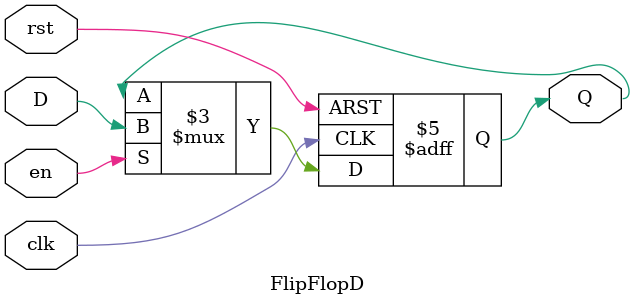
<source format=sv>
module FlipFlopD (
    input logic clk,
    input logic rst,
    input logic D,
    input logic en,  // Enable signal
    output logic Q
);
    always_ff @(posedge clk or negedge rst) begin
        if (!rst)
            Q <= 1'b0;
        else if (en)
            Q <= D;
    end
endmodule
</source>
